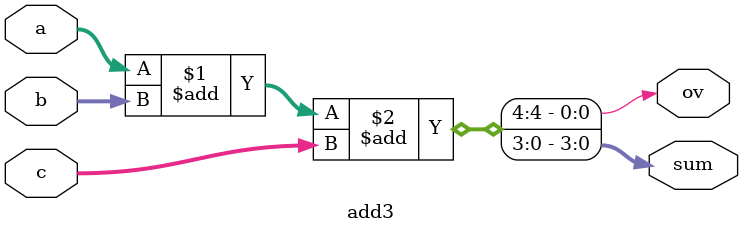
<source format=v>
module add4(a, b, c,d, sum, ov);

	input [3:0] a, b, c,d;
	output [3:0] sum;
	output ov;
	wire s5, s4;
	wire [3:0] sum0;

	add3 d0(a,b,c,sum0,s4);
	add3 d1(sum0,0,d,sum,s5);
	assign ov = s5 || s4;
			
endmodule

module add3(a, b, c, sum, ov);

	input [3:0] a, b, c;
	output [3:0] sum;
	output ov;

	assign {ov , sum} = a + b + c;
			
endmodule
</source>
